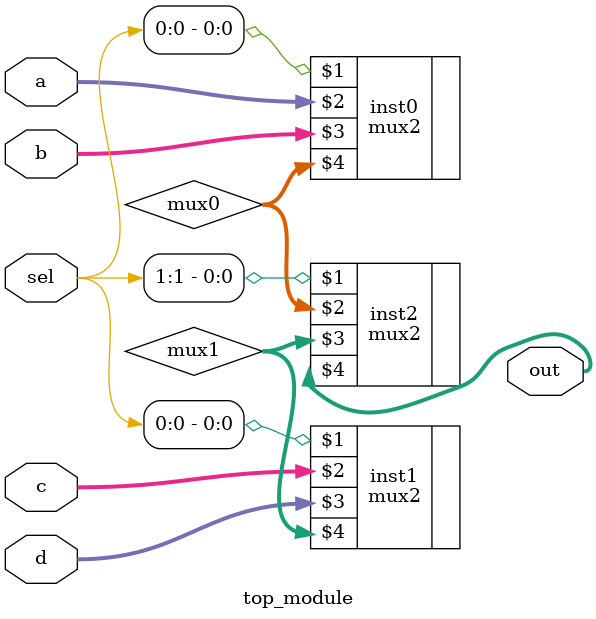
<source format=v>
module top_module (
    input [1:0] sel,
    input [7:0] a,
    input [7:0] b,
    input [7:0] c,
    input [7:0] d,
    output [7:0] out  ); //

    wire [7:0] mux0, mux1;
    mux2 inst0 ( sel[0],    a,    b, mux0 );
    mux2 inst1 ( sel[0],    c,    d, mux1 );
    mux2 inst2 ( sel[1], mux0, mux1,  out );

endmodule

</source>
